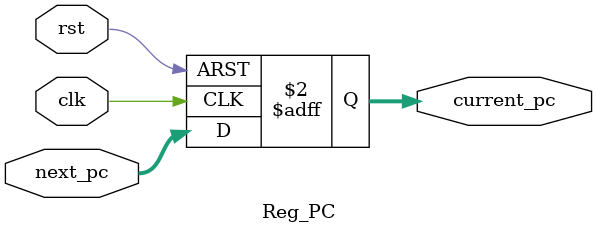
<source format=v>
module Reg_PC(
    input clk,
    input rst,
    input [31:0] next_pc,
    output reg [31:0] current_pc
);
    always @(posedge clk, posedge rst)begin
        if(rst)begin
            current_pc <= 32'd0;
        end
        else begin
            current_pc <= next_pc;
        end
    end
endmodule
</source>
